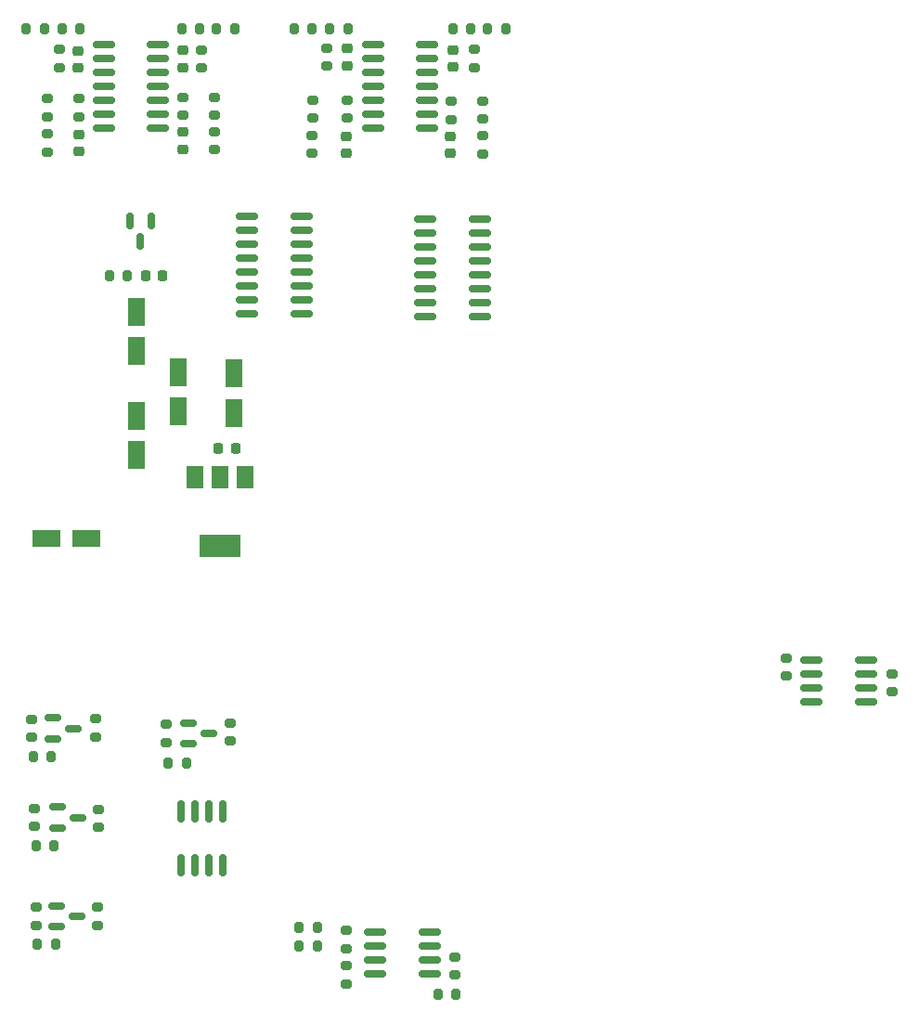
<source format=gtp>
%TF.GenerationSoftware,KiCad,Pcbnew,(6.0.0-0)*%
%TF.CreationDate,2022-09-18T01:10:02-04:00*%
%TF.ProjectId,daisy_hardware_v1,64616973-795f-4686-9172-64776172655f,rev?*%
%TF.SameCoordinates,Original*%
%TF.FileFunction,Paste,Top*%
%TF.FilePolarity,Positive*%
%FSLAX46Y46*%
G04 Gerber Fmt 4.6, Leading zero omitted, Abs format (unit mm)*
G04 Created by KiCad (PCBNEW (6.0.0-0)) date 2022-09-18 01:10:02*
%MOMM*%
%LPD*%
G01*
G04 APERTURE LIST*
G04 Aperture macros list*
%AMRoundRect*
0 Rectangle with rounded corners*
0 $1 Rounding radius*
0 $2 $3 $4 $5 $6 $7 $8 $9 X,Y pos of 4 corners*
0 Add a 4 corners polygon primitive as box body*
4,1,4,$2,$3,$4,$5,$6,$7,$8,$9,$2,$3,0*
0 Add four circle primitives for the rounded corners*
1,1,$1+$1,$2,$3*
1,1,$1+$1,$4,$5*
1,1,$1+$1,$6,$7*
1,1,$1+$1,$8,$9*
0 Add four rect primitives between the rounded corners*
20,1,$1+$1,$2,$3,$4,$5,0*
20,1,$1+$1,$4,$5,$6,$7,0*
20,1,$1+$1,$6,$7,$8,$9,0*
20,1,$1+$1,$8,$9,$2,$3,0*%
G04 Aperture macros list end*
%ADD10RoundRect,0.250000X0.550000X-1.050000X0.550000X1.050000X-0.550000X1.050000X-0.550000X-1.050000X0*%
%ADD11RoundRect,0.200000X0.275000X-0.200000X0.275000X0.200000X-0.275000X0.200000X-0.275000X-0.200000X0*%
%ADD12RoundRect,0.200000X-0.200000X-0.275000X0.200000X-0.275000X0.200000X0.275000X-0.200000X0.275000X0*%
%ADD13RoundRect,0.225000X0.250000X-0.225000X0.250000X0.225000X-0.250000X0.225000X-0.250000X-0.225000X0*%
%ADD14RoundRect,0.200000X-0.275000X0.200000X-0.275000X-0.200000X0.275000X-0.200000X0.275000X0.200000X0*%
%ADD15RoundRect,0.225000X-0.250000X0.225000X-0.250000X-0.225000X0.250000X-0.225000X0.250000X0.225000X0*%
%ADD16RoundRect,0.250000X-0.550000X1.050000X-0.550000X-1.050000X0.550000X-1.050000X0.550000X1.050000X0*%
%ADD17RoundRect,0.200000X0.200000X0.275000X-0.200000X0.275000X-0.200000X-0.275000X0.200000X-0.275000X0*%
%ADD18RoundRect,0.150000X-0.587500X-0.150000X0.587500X-0.150000X0.587500X0.150000X-0.587500X0.150000X0*%
%ADD19RoundRect,0.225000X-0.225000X-0.250000X0.225000X-0.250000X0.225000X0.250000X-0.225000X0.250000X0*%
%ADD20RoundRect,0.150000X-0.150000X0.587500X-0.150000X-0.587500X0.150000X-0.587500X0.150000X0.587500X0*%
%ADD21RoundRect,0.150000X-0.825000X-0.150000X0.825000X-0.150000X0.825000X0.150000X-0.825000X0.150000X0*%
%ADD22R,1.500000X2.000000*%
%ADD23R,3.800000X2.000000*%
%ADD24RoundRect,0.150000X0.825000X0.150000X-0.825000X0.150000X-0.825000X-0.150000X0.825000X-0.150000X0*%
%ADD25RoundRect,0.250000X1.050000X0.550000X-1.050000X0.550000X-1.050000X-0.550000X1.050000X-0.550000X0*%
%ADD26RoundRect,0.150000X0.150000X-0.825000X0.150000X0.825000X-0.150000X0.825000X-0.150000X-0.825000X0*%
G04 APERTURE END LIST*
D10*
%TO.C,C15*%
X57620000Y-319091000D03*
X57620000Y-315491000D03*
%TD*%
D11*
%TO.C,R22*%
X39556000Y-365841000D03*
X39556000Y-364191000D03*
%TD*%
D12*
%TO.C,R7*%
X63539200Y-366059000D03*
X65189200Y-366059000D03*
%TD*%
D13*
%TO.C,C11*%
X52946800Y-287596000D03*
X52946800Y-286046000D03*
%TD*%
D14*
%TO.C,R15*%
X117602000Y-342900000D03*
X117602000Y-344550000D03*
%TD*%
D15*
%TO.C,C10*%
X77377600Y-293896200D03*
X77377600Y-295446200D03*
%TD*%
D14*
%TO.C,R23*%
X45144000Y-364191000D03*
X45144000Y-365841000D03*
%TD*%
D16*
%TO.C,C2*%
X48730000Y-319329800D03*
X48730000Y-322929800D03*
%TD*%
D13*
%TO.C,C12*%
X77580800Y-287572200D03*
X77580800Y-286022200D03*
%TD*%
D14*
%TO.C,R20*%
X45018000Y-346984000D03*
X45018000Y-348634000D03*
%TD*%
%TO.C,R3*%
X67878000Y-369525000D03*
X67878000Y-371175000D03*
%TD*%
D11*
%TO.C,R10*%
X51431000Y-349140000D03*
X51431000Y-347490000D03*
%TD*%
%TO.C,R47*%
X79562000Y-287609000D03*
X79562000Y-285959000D03*
%TD*%
D17*
%TO.C,R4*%
X77847000Y-372128000D03*
X76197000Y-372128000D03*
%TD*%
D14*
%TO.C,R36*%
X64779200Y-290544200D03*
X64779200Y-292194200D03*
%TD*%
D13*
%TO.C,C5*%
X43404800Y-287607400D03*
X43404800Y-286057400D03*
%TD*%
D11*
%TO.C,R19*%
X39176000Y-348697000D03*
X39176000Y-347047000D03*
%TD*%
D14*
%TO.C,R32*%
X55850800Y-293435000D03*
X55850800Y-295085000D03*
%TD*%
D12*
%TO.C,R25*%
X38668200Y-284104800D03*
X40318200Y-284104800D03*
%TD*%
D14*
%TO.C,R31*%
X52955200Y-290294400D03*
X52955200Y-291944400D03*
%TD*%
%TO.C,R37*%
X67979600Y-290544200D03*
X67979600Y-292194200D03*
%TD*%
D13*
%TO.C,C8*%
X67979600Y-287419800D03*
X67979600Y-285869800D03*
%TD*%
D14*
%TO.C,R39*%
X80324000Y-290659000D03*
X80324000Y-292309000D03*
%TD*%
D18*
%TO.C,Q3*%
X41480166Y-355050000D03*
X41480166Y-356950000D03*
X43355166Y-356000000D03*
%TD*%
D14*
%TO.C,R38*%
X64728400Y-293795400D03*
X64728400Y-295445400D03*
%TD*%
%TO.C,R41*%
X80324000Y-293833000D03*
X80324000Y-295483000D03*
%TD*%
%TO.C,R28*%
X43455600Y-290434600D03*
X43455600Y-292084600D03*
%TD*%
D12*
%TO.C,R42*%
X52862600Y-284104800D03*
X54512600Y-284104800D03*
%TD*%
%TO.C,R9*%
X51622000Y-351046000D03*
X53272000Y-351046000D03*
%TD*%
D19*
%TO.C,C14*%
X56210000Y-322371000D03*
X57760000Y-322371000D03*
%TD*%
D15*
%TO.C,C7*%
X52960000Y-293485000D03*
X52960000Y-295035000D03*
%TD*%
D17*
%TO.C,R34*%
X68004000Y-284104800D03*
X66354000Y-284104800D03*
%TD*%
D12*
%TO.C,R21*%
X39684000Y-367556000D03*
X41334000Y-367556000D03*
%TD*%
D10*
%TO.C,C1*%
X48730000Y-313474200D03*
X48730000Y-309874200D03*
%TD*%
D20*
%TO.C,U5*%
X50032000Y-301594500D03*
X48132000Y-301594500D03*
X49082000Y-303469500D03*
%TD*%
D21*
%TO.C,U6*%
X45755800Y-285514000D03*
X45755800Y-286784000D03*
X45755800Y-288054000D03*
X45755800Y-289324000D03*
X45755800Y-290594000D03*
X45755800Y-291864000D03*
X45755800Y-293134000D03*
X50705800Y-293134000D03*
X50705800Y-291864000D03*
X50705800Y-290594000D03*
X50705800Y-289324000D03*
X50705800Y-288054000D03*
X50705800Y-286784000D03*
X50705800Y-285514000D03*
%TD*%
D14*
%TO.C,R11*%
X57273000Y-347364000D03*
X57273000Y-349014000D03*
%TD*%
D12*
%TO.C,R6*%
X63539200Y-367710000D03*
X65189200Y-367710000D03*
%TD*%
D10*
%TO.C,C13*%
X52540000Y-318986000D03*
X52540000Y-315386000D03*
%TD*%
D18*
%TO.C,Q6*%
X41412500Y-364066000D03*
X41412500Y-365966000D03*
X43287500Y-365016000D03*
%TD*%
D22*
%TO.C,U10*%
X58650000Y-324961000D03*
X56350000Y-324961000D03*
X54050000Y-324961000D03*
D23*
X56350000Y-331261000D03*
%TD*%
D14*
%TO.C,R40*%
X77428400Y-290710600D03*
X77428400Y-292360600D03*
%TD*%
D18*
%TO.C,Q2*%
X53463000Y-347368000D03*
X53463000Y-349268000D03*
X55338000Y-348318000D03*
%TD*%
D14*
%TO.C,R8*%
X107950000Y-341440000D03*
X107950000Y-343090000D03*
%TD*%
D24*
%TO.C,U3*%
X80005000Y-310279000D03*
X80005000Y-309009000D03*
X80005000Y-307739000D03*
X80005000Y-306469000D03*
X80005000Y-305199000D03*
X80005000Y-303929000D03*
X80005000Y-302659000D03*
X80005000Y-301389000D03*
X75055000Y-301389000D03*
X75055000Y-302659000D03*
X75055000Y-303929000D03*
X75055000Y-305199000D03*
X75055000Y-306469000D03*
X75055000Y-307739000D03*
X75055000Y-309009000D03*
X75055000Y-310279000D03*
%TD*%
D15*
%TO.C,C6*%
X43455600Y-293685000D03*
X43455600Y-295235000D03*
%TD*%
D11*
%TO.C,R44*%
X54670000Y-287646000D03*
X54670000Y-285996000D03*
%TD*%
D21*
%TO.C,U4*%
X58799000Y-301135000D03*
X58799000Y-302405000D03*
X58799000Y-303675000D03*
X58799000Y-304945000D03*
X58799000Y-306215000D03*
X58799000Y-307485000D03*
X58799000Y-308755000D03*
X58799000Y-310025000D03*
X63749000Y-310025000D03*
X63749000Y-308755000D03*
X63749000Y-307485000D03*
X63749000Y-306215000D03*
X63749000Y-304945000D03*
X63749000Y-303675000D03*
X63749000Y-302405000D03*
X63749000Y-301135000D03*
%TD*%
D19*
%TO.C,C4*%
X49564000Y-306596000D03*
X51114000Y-306596000D03*
%TD*%
D11*
%TO.C,R26*%
X41716000Y-287607400D03*
X41716000Y-285957400D03*
%TD*%
D25*
%TO.C,C3*%
X44107200Y-330549800D03*
X40507200Y-330549800D03*
%TD*%
D11*
%TO.C,R13*%
X39430000Y-356825000D03*
X39430000Y-355175000D03*
%TD*%
D18*
%TO.C,Q5*%
X41111000Y-346922000D03*
X41111000Y-348822000D03*
X42986000Y-347872000D03*
%TD*%
D17*
%TO.C,R43*%
X57687600Y-284104800D03*
X56037600Y-284104800D03*
%TD*%
D24*
%TO.C,U11*%
X115251000Y-345440000D03*
X115251000Y-344170000D03*
X115251000Y-342900000D03*
X115251000Y-341630000D03*
X110301000Y-341630000D03*
X110301000Y-342900000D03*
X110301000Y-344170000D03*
X110301000Y-345440000D03*
%TD*%
D12*
%TO.C,R46*%
X77580800Y-284104800D03*
X79230800Y-284104800D03*
%TD*%
D14*
%TO.C,R14*%
X45272000Y-355238000D03*
X45272000Y-356888000D03*
%TD*%
%TO.C,R2*%
X77784000Y-368700000D03*
X77784000Y-370350000D03*
%TD*%
D24*
%TO.C,U2*%
X75433000Y-370223000D03*
X75433000Y-368953000D03*
X75433000Y-367683000D03*
X75433000Y-366413000D03*
X70483000Y-366413000D03*
X70483000Y-367683000D03*
X70483000Y-368953000D03*
X70483000Y-370223000D03*
%TD*%
D14*
%TO.C,R29*%
X40560000Y-293635000D03*
X40560000Y-295285000D03*
%TD*%
D15*
%TO.C,C9*%
X67878000Y-293845400D03*
X67878000Y-295395400D03*
%TD*%
D14*
%TO.C,R30*%
X55850800Y-290294400D03*
X55850800Y-291944400D03*
%TD*%
D26*
%TO.C,U8*%
X52765000Y-360379000D03*
X54035000Y-360379000D03*
X55305000Y-360379000D03*
X56575000Y-360379000D03*
X56575000Y-355429000D03*
X55305000Y-355429000D03*
X54035000Y-355429000D03*
X52765000Y-355429000D03*
%TD*%
D12*
%TO.C,R18*%
X39304000Y-350412000D03*
X40954000Y-350412000D03*
%TD*%
%TO.C,R5*%
X46225000Y-306596000D03*
X47875000Y-306596000D03*
%TD*%
D11*
%TO.C,R35*%
X66049200Y-287469800D03*
X66049200Y-285819800D03*
%TD*%
D14*
%TO.C,R27*%
X40560000Y-290434600D03*
X40560000Y-292084600D03*
%TD*%
D21*
%TO.C,U7*%
X70292000Y-285514000D03*
X70292000Y-286784000D03*
X70292000Y-288054000D03*
X70292000Y-289324000D03*
X70292000Y-290594000D03*
X70292000Y-291864000D03*
X70292000Y-293134000D03*
X75242000Y-293134000D03*
X75242000Y-291864000D03*
X75242000Y-290594000D03*
X75242000Y-289324000D03*
X75242000Y-288054000D03*
X75242000Y-286784000D03*
X75242000Y-285514000D03*
%TD*%
D14*
%TO.C,R1*%
X67878000Y-366286000D03*
X67878000Y-367936000D03*
%TD*%
D17*
%TO.C,R45*%
X82380400Y-284104800D03*
X80730400Y-284104800D03*
%TD*%
%TO.C,R24*%
X43571800Y-284104800D03*
X41921800Y-284104800D03*
%TD*%
D12*
%TO.C,R12*%
X39558000Y-358540000D03*
X41208000Y-358540000D03*
%TD*%
%TO.C,R33*%
X63090600Y-284104800D03*
X64740600Y-284104800D03*
%TD*%
M02*

</source>
